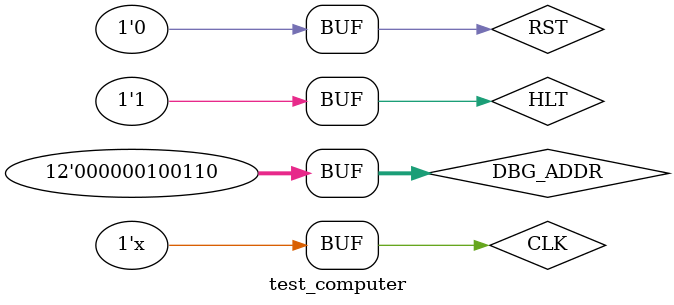
<source format=v>
`timescale 1ns / 10ps


module test_computer;

	// Inputs
	reg CLK;
	reg RST;
	reg HLT;
	reg [11:0] DBG_ADDR;

	// Outputs
	wire [31:0] DATA;
	wire [31:0] DBG;
	wire [31:0] DBG_PC;

	// wire [11:0] DBG_ADDR_INS;
	// wire [31:0] DATA_INS;

	// Instantiate the Unit Under Test (UUT)
	RISC_COMPUTER uut (
		.CLK(CLK), 
		.RST(RST), 
		.HLT(HLT), 
		.DBG_ADDR(DBG_ADDR), 
		.DATA(DATA)/*, 
		.DBG_ADDR_INS(DBG_ADDR_INS), 
		.DATA_INS(DATA_INS)*/
		,.DBG(DBG)
		,.DBG_PC(DBG_PC)
	);
	
	always #2 CLK = ~CLK;

	initial begin
		// Initialize Inputs
		CLK = 0;
		RST = 0;
		HLT = 0;
		
		#3
		RST = 1;
		
		#17;
		HLT = 1;
		/*
		#30
		DBG_ADDR = 0;
		*/
		#3
		DBG_ADDR = 31;
		#20
		DBG_ADDR = DBG_ADDR + 1;
		#20
		DBG_ADDR = DBG_ADDR + 1;
		#20
		DBG_ADDR = DBG_ADDR + 1;
		#20
		DBG_ADDR = DBG_ADDR + 1;
		#20
		DBG_ADDR = DBG_ADDR + 1;
		#20
		DBG_ADDR = DBG_ADDR + 1;
		#20
		DBG_ADDR = DBG_ADDR + 1;
		
		/*
		#30
		DBG_ADDR = 2;
		
		#30
		DBG_ADDR = 3;
		
		#30
		DBG_ADDR = 4;
		
		#30
		DBG_ADDR = 5;
		
		*/
		#19
		RST = 0;
		HLT = 0;

		// Wait 100 ns for global reset to finish
		#1401;
		HLT = 1;
		
		#30
		DBG_ADDR = 31;
		#20
		DBG_ADDR = DBG_ADDR + 1;
		#20
		DBG_ADDR = DBG_ADDR + 1;
		#20
		DBG_ADDR = DBG_ADDR + 1;
		#20
		DBG_ADDR = DBG_ADDR + 1;
		#20
		DBG_ADDR = DBG_ADDR + 1;
		#20
		DBG_ADDR = DBG_ADDR + 1;
		#20
		DBG_ADDR = DBG_ADDR + 1;
		
		/*
		#30
		DBG_ADDR = 15;
		
		#30
		DBG_ADDR = 2;
		
		#30
		DBG_ADDR = 3;
		
		#30
		DBG_ADDR = 4;
		
		#30
		DBG_ADDR = 5;
		*/
        
		// Add stimulus here

	end
      
endmodule

</source>
